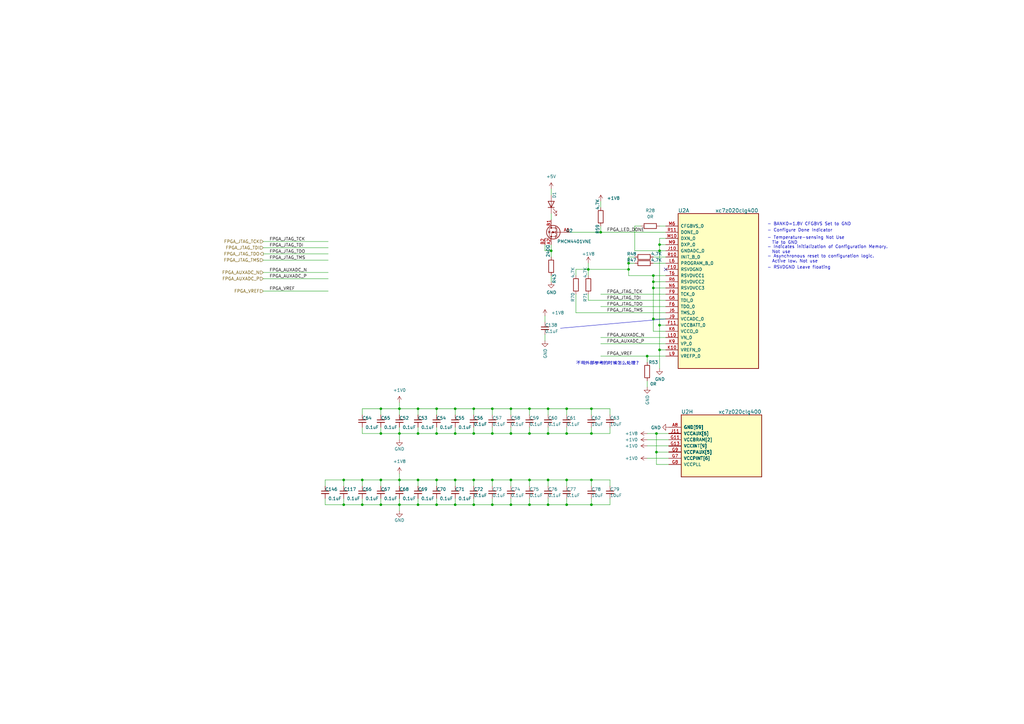
<source format=kicad_sch>
(kicad_sch (version 20231120) (generator "eeschema") (generator_version "8.0")
  (paper "A3")
  (junction (at 217.17 167.64))
  (junction (at 209.55 177.8))
  (junction (at 186.69 196.85))
  (junction (at 171.45 167.64))
  (junction (at 156.21 167.64))
  (junction (at 171.45 207.01))
  (junction (at 140.97 207.01))
  (junction (at 209.55 207.01))
  (junction (at 270.51 102.87))
  (junction (at 171.45 196.85))
  (junction (at 179.07 207.01))
  (junction (at 242.57 167.64))
  (junction (at 209.55 196.85))
  (junction (at 186.69 167.64))
  (junction (at 156.21 207.01))
  (junction (at 201.93 167.64))
  (junction (at 194.31 167.64))
  (junction (at 270.51 100.33))
  (junction (at 257.81 110.49))
  (junction (at 232.41 177.8))
  (junction (at 270.51 143.51))
  (junction (at 224.79 196.85))
  (junction (at 156.21 196.85))
  (junction (at 265.43 146.05))
  (junction (at 226.06 102.87))
  (junction (at 241.3 110.49))
  (junction (at 186.69 207.01))
  (junction (at 171.45 177.8))
  (junction (at 194.31 177.8))
  (junction (at 201.93 196.85))
  (junction (at 242.57 207.01))
  (junction (at 232.41 167.64))
  (junction (at 246.38 95.25))
  (junction (at 269.24 185.42))
  (junction (at 148.59 207.01))
  (junction (at 163.83 196.85))
  (junction (at 224.79 207.01))
  (junction (at 163.83 167.64))
  (junction (at 267.97 118.11))
  (junction (at 179.07 167.64))
  (junction (at 194.31 196.85))
  (junction (at 224.79 167.64))
  (junction (at 201.93 207.01))
  (junction (at 257.81 107.95))
  (junction (at 242.57 177.8))
  (junction (at 217.17 207.01))
  (junction (at 186.69 177.8))
  (junction (at 267.97 113.03))
  (junction (at 163.83 207.01))
  (junction (at 156.21 177.8))
  (junction (at 269.24 177.8))
  (junction (at 194.31 207.01))
  (junction (at 209.55 167.64))
  (junction (at 270.51 133.35))
  (junction (at 267.97 130.81))
  (junction (at 217.17 196.85))
  (junction (at 232.41 196.85))
  (junction (at 148.59 196.85))
  (junction (at 201.93 177.8))
  (junction (at 242.57 196.85))
  (junction (at 163.83 177.8))
  (junction (at 224.79 177.8))
  (junction (at 179.07 196.85))
  (junction (at 179.07 177.8))
  (junction (at 217.17 177.8))
  (junction (at 140.97 196.85))
  (junction (at 267.97 115.57))
  (junction (at 232.41 207.01))
  (no_connect (at 273.05 110.49))
  (wire (pts (xy 246.38 95.25) (xy 273.05 95.25)))
  (wire (pts (xy 194.31 207.01) (xy 201.93 207.01)))
  (wire (pts (xy 267.97 118.11) (xy 267.97 115.57)))
  (wire (pts (xy 217.17 199.39) (xy 217.17 196.85)))
  (wire (pts (xy 171.45 207.01) (xy 179.07 207.01)))
  (wire (pts (xy 163.83 170.18) (xy 163.83 167.64)))
  (wire (pts (xy 242.57 167.64) (xy 250.19 167.64)))
  (wire (pts (xy 163.83 177.8) (xy 163.83 175.26)))
  (wire (pts (xy 217.17 207.01) (xy 224.79 207.01)))
  (wire (pts (xy 194.31 177.8) (xy 194.31 175.26)))
  (wire (pts (xy 224.79 207.01) (xy 224.79 204.47)))
  (wire (pts (xy 257.81 107.95) (xy 257.81 110.49)))
  (wire (pts (xy 267.97 107.95) (xy 273.05 107.95)))
  (wire (pts (xy 148.59 167.64) (xy 156.21 167.64)))
  (wire (pts (xy 226.06 100.33) (xy 226.06 102.87)))
  (wire (pts (xy 242.57 177.8) (xy 250.19 177.8)))
  (wire (pts (xy 265.43 180.34) (xy 274.32 180.34)))
  (wire (pts (xy 201.93 207.01) (xy 209.55 207.01)))
  (wire (pts (xy 163.83 180.34) (xy 163.83 177.8)))
  (wire (pts (xy 265.43 146.05) (xy 265.43 148.59)))
  (wire (pts (xy 148.59 170.18) (xy 148.59 167.64)))
  (wire (pts (xy 201.93 199.39) (xy 201.93 196.85)))
  (wire (pts (xy 107.95 101.6) (xy 134.62 101.6)))
  (wire (pts (xy 209.55 196.85) (xy 217.17 196.85)))
  (wire (pts (xy 156.21 207.01) (xy 156.21 204.47)))
  (wire (pts (xy 246.38 120.65) (xy 273.05 120.65)))
  (wire (pts (xy 270.51 92.71) (xy 273.05 92.71)))
  (wire (pts (xy 163.83 165.1) (xy 163.83 167.64)))
  (wire (pts (xy 267.97 130.81) (xy 267.97 118.11)))
  (wire (pts (xy 269.24 177.8) (xy 274.32 177.8)))
  (wire (pts (xy 246.38 140.97) (xy 273.05 140.97)))
  (wire (pts (xy 267.97 135.89) (xy 267.97 130.81)))
  (wire (pts (xy 156.21 170.18) (xy 156.21 167.64)))
  (wire (pts (xy 270.51 102.87) (xy 270.51 133.35)))
  (wire (pts (xy 133.35 207.01) (xy 140.97 207.01)))
  (wire (pts (xy 201.93 170.18) (xy 201.93 167.64)))
  (wire (pts (xy 186.69 196.85) (xy 194.31 196.85)))
  (wire (pts (xy 107.95 111.76) (xy 134.62 111.76)))
  (wire (pts (xy 148.59 196.85) (xy 156.21 196.85)))
  (wire (pts (xy 270.51 143.51) (xy 273.05 143.51)))
  (wire (pts (xy 270.51 133.35) (xy 273.05 133.35)))
  (wire (pts (xy 224.79 167.64) (xy 232.41 167.64)))
  (wire (pts (xy 250.19 167.64) (xy 250.19 170.18)))
  (wire (pts (xy 265.43 146.05) (xy 273.05 146.05)))
  (wire (pts (xy 223.52 100.33) (xy 223.52 102.87)))
  (wire (pts (xy 156.21 199.39) (xy 156.21 196.85)))
  (wire (pts (xy 209.55 199.39) (xy 209.55 196.85)))
  (wire (pts (xy 226.06 77.47) (xy 226.06 80.01)))
  (wire (pts (xy 209.55 207.01) (xy 217.17 207.01)))
  (wire (pts (xy 262.89 92.71) (xy 260.35 92.71)))
  (wire (pts (xy 179.07 196.85) (xy 186.69 196.85)))
  (wire (pts (xy 265.43 177.8) (xy 269.24 177.8)))
  (wire (pts (xy 269.24 190.5) (xy 269.24 185.42)))
  (wire (pts (xy 269.24 177.8) (xy 269.24 185.42)))
  (wire (pts (xy 226.06 87.63) (xy 226.06 90.17)))
  (wire (pts (xy 107.95 99.06) (xy 134.62 99.06)))
  (wire (pts (xy 194.31 177.8) (xy 201.93 177.8)))
  (wire (pts (xy 246.38 146.05) (xy 265.43 146.05)))
  (wire (pts (xy 156.21 196.85) (xy 163.83 196.85)))
  (wire (pts (xy 267.97 113.03) (xy 273.05 113.03)))
  (wire (pts (xy 217.17 167.64) (xy 224.79 167.64)))
  (wire (pts (xy 163.83 207.01) (xy 171.45 207.01)))
  (wire (pts (xy 148.59 177.8) (xy 156.21 177.8)))
  (wire (pts (xy 140.97 207.01) (xy 148.59 207.01)))
  (wire (pts (xy 224.79 177.8) (xy 224.79 175.26)))
  (wire (pts (xy 186.69 177.8) (xy 186.69 175.26)))
  (wire (pts (xy 224.79 177.8) (xy 232.41 177.8)))
  (wire (pts (xy 241.3 123.19) (xy 273.05 123.19)))
  (wire (pts (xy 186.69 207.01) (xy 186.69 204.47)))
  (wire (pts (xy 209.55 177.8) (xy 209.55 175.26)))
  (wire (pts (xy 232.41 196.85) (xy 242.57 196.85)))
  (wire (pts (xy 241.3 110.49) (xy 241.3 113.03)))
  (wire (pts (xy 171.45 196.85) (xy 179.07 196.85)))
  (wire (pts (xy 224.79 199.39) (xy 224.79 196.85)))
  (wire (pts (xy 179.07 170.18) (xy 179.07 167.64)))
  (wire (pts (xy 201.93 177.8) (xy 201.93 175.26)))
  (wire (pts (xy 148.59 207.01) (xy 156.21 207.01)))
  (wire (pts (xy 232.41 170.18) (xy 232.41 167.64)))
  (wire (pts (xy 236.22 113.03) (xy 236.22 110.49)))
  (wire (pts (xy 273.05 118.11) (xy 267.97 118.11)))
  (wire (pts (xy 267.97 130.81) (xy 273.05 130.81)))
  (wire (pts (xy 246.38 92.71) (xy 246.38 95.25)))
  (wire (pts (xy 242.57 199.39) (xy 242.57 196.85)))
  (wire (pts (xy 269.24 185.42) (xy 274.32 185.42)))
  (wire (pts (xy 179.07 207.01) (xy 186.69 207.01)))
  (wire (pts (xy 107.95 106.68) (xy 134.62 106.68)))
  (wire (pts (xy 273.05 115.57) (xy 267.97 115.57)))
  (wire (pts (xy 242.57 177.8) (xy 242.57 175.26)))
  (wire (pts (xy 148.59 207.01) (xy 148.59 204.47)))
  (wire (pts (xy 232.41 177.8) (xy 242.57 177.8)))
  (wire (pts (xy 171.45 207.01) (xy 171.45 204.47)))
  (wire (pts (xy 232.41 199.39) (xy 232.41 196.85)))
  (wire (pts (xy 140.97 196.85) (xy 148.59 196.85)))
  (wire (pts (xy 171.45 199.39) (xy 171.45 196.85)))
  (wire (pts (xy 257.81 105.41) (xy 260.35 105.41)))
  (wire (pts (xy 265.43 187.96) (xy 274.32 187.96)))
  (wire (pts (xy 201.93 177.8) (xy 209.55 177.8)))
  (wire (pts (xy 186.69 207.01) (xy 194.31 207.01)))
  (wire (pts (xy 267.97 105.41) (xy 273.05 105.41)))
  (wire (pts (xy 171.45 167.64) (xy 179.07 167.64)))
  (wire (pts (xy 171.45 177.8) (xy 171.45 175.26)))
  (wire (pts (xy 246.38 125.73) (xy 273.05 125.73)))
  (wire (pts (xy 209.55 167.64) (xy 217.17 167.64)))
  (wire (pts (xy 260.35 102.87) (xy 270.51 102.87)))
  (wire (pts (xy 140.97 199.39) (xy 140.97 196.85)))
  (wire (pts (xy 232.41 207.01) (xy 242.57 207.01)))
  (wire (pts (xy 186.69 177.8) (xy 194.31 177.8)))
  (wire (pts (xy 224.79 207.01) (xy 232.41 207.01)))
  (wire (pts (xy 179.07 207.01) (xy 179.07 204.47)))
  (wire (pts (xy 273.05 135.89) (xy 267.97 135.89)))
  (wire (pts (xy 223.52 139.7) (xy 223.52 137.16)))
  (wire (pts (xy 267.97 115.57) (xy 267.97 113.03)))
  (wire (pts (xy 209.55 207.01) (xy 209.55 204.47)))
  (wire (pts (xy 270.51 97.79) (xy 273.05 97.79)))
  (wire (pts (xy 233.68 95.25) (xy 246.38 95.25)))
  (wire (pts (xy 274.32 190.5) (xy 269.24 190.5)))
  (wire (pts (xy 270.51 100.33) (xy 270.51 102.87)))
  (wire (pts (xy 201.93 207.01) (xy 201.93 204.47)))
  (wire (pts (xy 246.38 138.43) (xy 273.05 138.43)))
  (wire (pts (xy 163.83 196.85) (xy 171.45 196.85)))
  (wire (pts (xy 241.3 110.49) (xy 257.81 110.49)))
  (wire (pts (xy 179.07 177.8) (xy 179.07 175.26)))
  (wire (pts (xy 217.17 177.8) (xy 224.79 177.8)))
  (wire (pts (xy 265.43 182.88) (xy 274.32 182.88)))
  (wire (pts (xy 156.21 167.64) (xy 163.83 167.64)))
  (wire (pts (xy 163.83 194.31) (xy 163.83 196.85)))
  (wire (pts (xy 270.51 143.51) (xy 270.51 151.13)))
  (wire (pts (xy 148.59 199.39) (xy 148.59 196.85)))
  (wire (pts (xy 186.69 170.18) (xy 186.69 167.64)))
  (wire (pts (xy 163.83 209.55) (xy 163.83 207.01)))
  (wire (pts (xy 226.06 113.03) (xy 226.06 115.57)))
  (wire (pts (xy 107.95 104.14) (xy 134.62 104.14)))
  (wire (pts (xy 250.19 207.01) (xy 250.19 204.47)))
  (wire (pts (xy 217.17 177.8) (xy 217.17 175.26)))
  (wire (pts (xy 194.31 167.64) (xy 201.93 167.64)))
  (wire (pts (xy 133.35 196.85) (xy 140.97 196.85)))
  (wire (pts (xy 265.43 158.75) (xy 265.43 156.21)))
  (wire (pts (xy 194.31 199.39) (xy 194.31 196.85)))
  (wire (pts (xy 257.81 105.41) (xy 257.81 107.95)))
  (wire (pts (xy 201.93 196.85) (xy 209.55 196.85)))
  (wire (pts (xy 107.95 119.38) (xy 134.62 119.38)))
  (wire (pts (xy 260.35 92.71) (xy 260.35 102.87)))
  (wire (pts (xy 107.95 114.3) (xy 134.62 114.3)))
  (wire (pts (xy 140.97 204.47) (xy 140.97 207.01)))
  (wire (pts (xy 232.41 177.8) (xy 232.41 175.26)))
  (wire (pts (xy 163.83 177.8) (xy 171.45 177.8)))
  (wire (pts (xy 201.93 167.64) (xy 209.55 167.64)))
  (wire (pts (xy 194.31 170.18) (xy 194.31 167.64)))
  (wire (pts (xy 217.17 207.01) (xy 217.17 204.47)))
  (wire (pts (xy 250.19 177.8) (xy 250.19 175.26)))
  (wire (pts (xy 186.69 199.39) (xy 186.69 196.85)))
  (wire (pts (xy 257.81 110.49) (xy 257.81 113.03)))
  (wire (pts (xy 257.81 113.03) (xy 267.97 113.03)))
  (wire (pts (xy 270.51 100.33) (xy 273.05 100.33)))
  (wire (pts (xy 194.31 207.01) (xy 194.31 204.47)))
  (wire (pts (xy 224.79 196.85) (xy 232.41 196.85)))
  (wire (pts (xy 236.22 128.27) (xy 273.05 128.27)))
  (wire (pts (xy 236.22 120.65) (xy 236.22 128.27)))
  (wire (pts (xy 133.35 204.47) (xy 133.35 207.01)))
  (wire (pts (xy 250.19 196.85) (xy 250.19 199.39)))
  (wire (pts (xy 163.83 167.64) (xy 171.45 167.64)))
  (wire (pts (xy 171.45 177.8) (xy 179.07 177.8)))
  (wire (pts (xy 217.17 196.85) (xy 224.79 196.85)))
  (wire (pts (xy 232.41 207.01) (xy 232.41 204.47)))
  (wire (pts (xy 232.41 167.64) (xy 242.57 167.64)))
  (wire (pts (xy 194.31 196.85) (xy 201.93 196.85)))
  (wire (pts (xy 156.21 177.8) (xy 156.21 175.26)))
  (wire (pts (xy 148.59 177.8) (xy 148.59 175.26)))
  (wire (pts (xy 179.07 199.39) (xy 179.07 196.85)))
  (wire (pts (xy 270.51 97.79) (xy 270.51 100.33)))
  (wire (pts (xy 270.51 133.35) (xy 270.51 143.51)))
  (wire (pts (xy 236.22 110.49) (xy 241.3 110.49)))
  (wire (pts (xy 257.81 107.95) (xy 260.35 107.95)))
  (wire (pts (xy 241.3 120.65) (xy 241.3 123.19)))
  (wire (pts (xy 209.55 170.18) (xy 209.55 167.64)))
  (wire (pts (xy 246.38 82.55) (xy 246.38 85.09)))
  (wire (pts (xy 133.35 199.39) (xy 133.35 196.85)))
  (wire (pts (xy 209.55 177.8) (xy 217.17 177.8)))
  (polyline (pts (xy 229.87 134.62) (xy 273.05 130.81)))
  (wire (pts (xy 179.07 167.64) (xy 186.69 167.64)))
  (wire (pts (xy 226.06 102.87) (xy 226.06 105.41)))
  (wire (pts (xy 242.57 207.01) (xy 250.19 207.01)))
  (wire (pts (xy 223.52 129.54) (xy 223.52 132.08)))
  (wire (pts (xy 224.79 170.18) (xy 224.79 167.64)))
  (wire (pts (xy 242.57 196.85) (xy 250.19 196.85)))
  (wire (pts (xy 179.07 177.8) (xy 186.69 177.8)))
  (wire (pts (xy 226.06 102.87) (xy 223.52 102.87)))
  (wire (pts (xy 156.21 207.01) (xy 163.83 207.01)))
  (wire (pts (xy 242.57 207.01) (xy 242.57 204.47)))
  (wire (pts (xy 163.83 199.39) (xy 163.83 196.85)))
  (wire (pts (xy 242.57 170.18) (xy 242.57 167.64)))
  (wire (pts (xy 273.05 102.87) (xy 270.51 102.87)))
  (wire (pts (xy 156.21 177.8) (xy 163.83 177.8)))
  (wire (pts (xy 171.45 170.18) (xy 171.45 167.64)))
  (wire (pts (xy 217.17 170.18) (xy 217.17 167.64)))
  (wire (pts (xy 186.69 167.64) (xy 194.31 167.64)))
  (wire (pts (xy 241.3 107.95) (xy 241.3 110.49)))
  (wire (pts (xy 163.83 207.01) (xy 163.83 204.47)))
  (text " - RSVDGND Leave floating" (at 313.69 110.49 0) (effects (font (size 1.27 1.27)) (justify left bottom)))
  (text " - Configure Done Indicator" (at 313.69 95.25 0) (effects (font (size 1.27 1.27)) (justify left bottom)))
  (text "不用外部参考的时候怎么处理？\n" (at 236.22 149.86 0) (effects (font (size 1.27 1.27)) (justify left bottom)))
  (text " - Temperature-sensing Not Use\n   Tie to GND" (at 313.69 100.33 0) (effects (font (size 1.27 1.27)) (justify left bottom)))
  (text " - Indicates initialization of Configuration Memory.\n   Not use" (at 313.69 104.14 0) (effects (font (size 1.27 1.27)) (justify left bottom)))
  (text " - Asynchronous reset to configuration logic.\n   Active low. Not use" (at 313.69 107.95 0) (effects (font (size 1.27 1.27)) (justify left bottom)))
  (text " - BANK0=1.8V CFGBVS Set to GND" (at 313.69 92.71 0) (effects (font (size 1.27 1.27)) (justify left bottom)))
  (label "FPGA_JTAG_TDO" (at 248.92 125.73 0))
  (label "FPGA_VREF" (at 110.49 119.38 0))
  (label "FPGA_LED_DONE" (at 248.92 95.25 0))
  (label "FPGA_JTAG_TCK" (at 248.92 120.65 0))
  (label "FPGA_JTAG_TMS" (at 248.92 128.27 0))
  (label "FPGA_AUXADC_N" (at 110.49 111.76 0))
  (label "FPGA_JTAG_TDO" (at 110.49 104.14 0))
  (label "FPGA_AUXADC_P" (at 110.49 114.3 0))
  (label "FPGA_JTAG_TDI" (at 110.49 101.6 0))
  (label "FPGA_JTAG_TDI" (at 248.92 123.19 0))
  (label "FPGA_VREF" (at 248.92 146.05 0))
  (label "FPGA_JTAG_TMS" (at 110.49 106.68 0))
  (label "FPGA_AUXADC_N" (at 248.92 138.43 0))
  (label "FPGA_JTAG_TCK" (at 110.49 99.06 0))
  (label "FPGA_AUXADC_P" (at 248.92 140.97 0))
  (hierarchical_label "FPGA_JTAG_TDI" (shape input) (at 107.95 101.6 180))
  (hierarchical_label "FPGA_AUXADC_P" (shape input) (at 107.95 114.3 180))
  (hierarchical_label "FPGA_JTAG_TMS" (shape input) (at 107.95 106.68 180))
  (hierarchical_label "FPGA_AUXADC_N" (shape input) (at 107.95 111.76 180))
  (hierarchical_label "FPGA_JTAG_TDO" (shape output) (at 107.95 104.14 180))
  (hierarchical_label "FPGA_JTAG_TCK" (shape input) (at 107.95 99.06 180))
  (hierarchical_label "FPGA_VREF" (shape input) (at 107.95 119.38 180))
  (symbol (lib_id "Device:C_Small") (at 186.69 201.93 0) (unit 1)
    (property "Reference" "C71" (at 186.69 200.66 0) (effects (justify left)))
    (property "Value" "0.1uF" (at 187.96 204.47 0) (effects (justify left)))
    (property "Footprint" "Capacitor_SMD:C_0201_0603Metric" (effects (hide yes)))
  )
  (symbol (lib_id "Device:C_Small") (at 186.69 172.72 0) (unit 1)
    (property "Reference" "C55" (at 186.69 171.45 0) (effects (justify left)))
    (property "Value" "0.1uF" (at 187.96 175.26 0) (effects (justify left)))
    (property "Footprint" "Capacitor_SMD:C_0201_0603Metric" (effects (hide yes)))
  )
  (symbol (lib_id "Device:C_Small") (at 201.93 172.72 0) (unit 1)
    (property "Reference" "C57" (at 201.93 171.45 0) (effects (justify left)))
    (property "Value" "0.1uF" (at 201.93 173.99 0) (effects (justify left)))
    (property "Footprint" "Capacitor_SMD:C_0201_0603Metric" (effects (hide yes)))
  )
  (symbol (lib_id "Device:C_Small") (at 232.41 172.72 0) (unit 1)
    (property "Reference" "C61" (at 232.41 171.45 0) (effects (justify left)))
    (property "Value" "0.1uF" (at 232.41 173.99 0) (effects (justify left)))
    (property "Footprint" "Capacitor_SMD:C_0201_0603Metric" (effects (hide yes)))
  )
  (symbol (lib_id "power:GND") (at 223.52 139.7 0) (unit 1)
    (property "Reference" "#PWR0247" (effects (hide yes)))
    (property "Value" "GND" (at 223.647 142.9512 90) (effects (justify right)))
  )
  (symbol (lib_id "Device:C_Small") (at 163.83 201.93 0) (unit 1)
    (property "Reference" "C68" (at 163.83 200.66 0) (effects (justify left)))
    (property "Value" "0.1uF" (at 165.1 204.47 0) (effects (justify left)))
    (property "Footprint" "Capacitor_SMD:C_0201_0603Metric" (effects (hide yes)))
  )
  (symbol (lib_id "power:+1V0") (at 265.43 180.34 90) (unit 1)
    (property "Reference" "#PWR0104" (effects (hide yes)))
    (property "Value" "+1V0" (at 261.62 180.3399 90) (effects (justify left)))
  )
  (symbol (lib_id "Device:C_Small") (at 148.59 201.93 0) (unit 1)
    (property "Reference" "C66" (at 148.59 200.66 0) (effects (justify left)))
    (property "Value" "0.1uF" (at 149.86 204.47 0) (effects (justify left)))
    (property "Footprint" "Capacitor_SMD:C_0201_0603Metric" (effects (hide yes)))
  )
  (symbol (lib_id "power:GND") (at 163.83 209.55 0) (unit 1)
    (property "Reference" "#PWR0171" (effects (hide yes)))
    (property "Value" "GND" (at 163.83 213.36 0))
  )
  (symbol (lib_id "Device:R") (at 241.3 116.84 180) (unit 1)
    (property "Reference" "R71" (at 240.03 121.92 90))
    (property "Value" "4.7K" (at 240.03 111.76 90))
    (property "Footprint" "Resistor_SMD:R_0201_0603Metric" (effects (hide yes)))
  )
  (symbol (lib_id "power:GND") (at 163.83 180.34 0) (unit 1)
    (property "Reference" "#PWR0110" (effects (hide yes)))
    (property "Value" "GND" (at 163.83 184.15 0))
  )
  (symbol (lib_id "Device:R") (at 264.16 105.41 90) (unit 1)
    (property "Reference" "R48" (at 259.08 104.14 90))
    (property "Value" "4.7K" (at 269.24 104.14 90))
    (property "Footprint" "Resistor_SMD:R_0201_0603Metric" (effects (hide yes)))
  )
  (symbol (lib_id "Device:R") (at 265.43 152.4 180) (unit 1)
    (property "Reference" "R53" (at 267.97 148.59 0))
    (property "Value" "0R" (at 267.97 157.48 0))
    (property "Footprint" "Resistor_SMD:R_0201_0603Metric" (effects (hide yes)))
  )
  (symbol (lib_id "Device:C_Small") (at 224.79 172.72 0) (unit 1)
    (property "Reference" "C60" (at 224.79 171.45 0) (effects (justify left)))
    (property "Value" "0.1uF" (at 224.79 173.99 0) (effects (justify left)))
    (property "Footprint" "Capacitor_SMD:C_0201_0603Metric" (effects (hide yes)))
  )
  (symbol (lib_id "Device:C_Small") (at 242.57 201.93 0) (unit 1)
    (property "Reference" "C78" (at 242.57 200.66 0) (effects (justify left)))
    (property "Value" "10uF" (at 242.57 203.2 0) (effects (justify left)))
    (property "Footprint" "Capacitor_SMD:C_0402_1005Metric" (effects (hide yes)))
  )
  (symbol (lib_id "power:+1V8") (at 241.3 107.95 0) (unit 1)
    (property "Reference" "#PWR0188" (effects (hide yes)))
    (property "Value" "+1V8" (at 241.3 104.14 0))
  )
  (symbol (lib_id "Device:C_Small") (at 194.31 201.93 0) (unit 1)
    (property "Reference" "C72" (at 194.31 200.66 0) (effects (justify left)))
    (property "Value" "0.1uF" (at 194.31 203.2 0) (effects (justify left)))
    (property "Footprint" "Capacitor_SMD:C_0201_0603Metric" (effects (hide yes)))
  )
  (symbol (lib_id "Device:C_Small") (at 171.45 201.93 0) (unit 1)
    (property "Reference" "C69" (at 171.45 200.66 0) (effects (justify left)))
    (property "Value" "0.1uF" (at 172.72 204.47 0) (effects (justify left)))
    (property "Footprint" "Capacitor_SMD:C_0201_0603Metric" (effects (hide yes)))
  )
  (symbol (lib_id "Device:C_Small") (at 232.41 201.93 0) (unit 1)
    (property "Reference" "C77" (at 232.41 200.66 0) (effects (justify left)))
    (property "Value" "0.1uF" (at 232.41 203.2 0) (effects (justify left)))
    (property "Footprint" "Capacitor_SMD:C_0201_0603Metric" (effects (hide yes)))
  )
  (symbol (lib_id "power:GND") (at 270.51 151.13 0) (unit 1)
    (property "Reference" "#PWR0142" (effects (hide yes)))
    (property "Value" "GND" (at 270.637 155.5242 0))
  )
  (symbol (lib_id "Device:C_Small") (at 194.31 172.72 0) (unit 1)
    (property "Reference" "C56" (at 194.31 171.45 0) (effects (justify left)))
    (property "Value" "0.1uF" (at 194.31 173.99 0) (effects (justify left)))
    (property "Footprint" "Capacitor_SMD:C_0201_0603Metric" (effects (hide yes)))
  )
  (symbol (lib_id "Device:C_Small") (at 217.17 201.93 0) (unit 1)
    (property "Reference" "C75" (at 217.17 200.66 0) (effects (justify left)))
    (property "Value" "0.1uF" (at 217.17 203.2 0) (effects (justify left)))
    (property "Footprint" "Capacitor_SMD:C_0201_0603Metric" (effects (hide yes)))
  )
  (symbol (lib_id "Device:C_Small") (at 171.45 172.72 0) (unit 1)
    (property "Reference" "C53" (at 171.45 171.45 0) (effects (justify left)))
    (property "Value" "0.1uF" (at 172.72 175.26 0) (effects (justify left)))
    (property "Footprint" "Capacitor_SMD:C_0201_0603Metric" (effects (hide yes)))
  )
  (symbol (lib_id "Device:LED") (at 226.06 83.82 90) (unit 1)
    (property "Reference" "D1" (at 227.33 80.01 0))
    (property "Value" "LED" (effects (hide yes)))
    (property "Footprint" "LED_SMD:LED_0201_0603Metric" (effects (hide yes)))
  )
  (symbol (lib_id "Device:C_Small") (at 250.19 201.93 0) (unit 1)
    (property "Reference" "C79" (at 250.19 200.66 0) (effects (justify left)))
    (property "Value" "10uF" (at 250.19 203.2 0) (effects (justify left)))
    (property "Footprint" "Capacitor_SMD:C_0402_1005Metric" (effects (hide yes)))
  )
  (symbol (lib_id "Device:C_Small") (at 209.55 201.93 0) (unit 1)
    (property "Reference" "C74" (at 209.55 200.66 0) (effects (justify left)))
    (property "Value" "0.1uF" (at 209.55 203.2 0) (effects (justify left)))
    (property "Footprint" "Capacitor_SMD:C_0201_0603Metric" (effects (hide yes)))
  )
  (symbol (lib_id "Device:C_Small") (at 201.93 201.93 0) (unit 1)
    (property "Reference" "C73" (at 201.93 200.66 0) (effects (justify left)))
    (property "Value" "0.1uF" (at 201.93 203.2 0) (effects (justify left)))
    (property "Footprint" "Capacitor_SMD:C_0201_0603Metric" (effects (hide yes)))
  )
  (symbol (lib_id "Device:Q_NMOS_GDSD") (at 228.6 95.25 0) (mirror y) (unit 1)
    (property "Reference" "Q2" (at 234.95 94.615 0) (effects (justify left)))
    (property "Value" "PMCM4401VNE" (at 242.57 99.06 0) (effects (justify left)))
    (property "Footprint" "Package_CSP_Local:WLCSP-4-X1-WLB0909-4_0.89x0.89mm_P0.5mm" (effects (hide yes)))
  )
  (symbol (lib_id "Device:C_Small") (at 163.83 172.72 0) (unit 1)
    (property "Reference" "C52" (at 163.83 171.45 0) (effects (justify left)))
    (property "Value" "0.1uF" (at 165.1 175.26 0) (effects (justify left)))
    (property "Footprint" "Capacitor_SMD:C_0201_0603Metric" (effects (hide yes)))
  )
  (symbol (lib_id "Device:R") (at 236.22 116.84 180) (unit 1)
    (property "Reference" "R70" (at 234.95 121.92 90))
    (property "Value" "4.7K" (at 234.95 111.76 90))
    (property "Footprint" "Resistor_SMD:R_0201_0603Metric" (effects (hide yes)))
  )
  (symbol (lib_id "Device:C_Small") (at 179.07 201.93 0) (unit 1)
    (property "Reference" "C70" (at 179.07 200.66 0) (effects (justify left)))
    (property "Value" "0.1uF" (at 180.34 204.47 0) (effects (justify left)))
    (property "Footprint" "Capacitor_SMD:C_0201_0603Metric" (effects (hide yes)))
  )
  (symbol (lib_id "Device:C_Small") (at 242.57 172.72 0) (unit 1)
    (property "Reference" "C62" (at 242.57 171.45 0) (effects (justify left)))
    (property "Value" "10uF" (at 242.57 173.99 0) (effects (justify left)))
    (property "Footprint" "Capacitor_SMD:C_0402_1005Metric" (effects (hide yes)))
  )
  (symbol (lib_id "Device:C_Small") (at 133.35 201.93 0) (unit 1)
    (property "Reference" "C146" (at 133.35 200.66 0) (effects (justify left)))
    (property "Value" "0.1uF" (at 134.62 204.47 0) (effects (justify left)))
    (property "Footprint" "Capacitor_SMD:C_0201_0603Metric" (effects (hide yes)))
  )
  (symbol (lib_id "Device:C_Small") (at 217.17 172.72 0) (unit 1)
    (property "Reference" "C59" (at 217.17 171.45 0) (effects (justify left)))
    (property "Value" "0.1uF" (at 217.17 173.99 0) (effects (justify left)))
    (property "Footprint" "Capacitor_SMD:C_0201_0603Metric" (effects (hide yes)))
  )
  (symbol (lib_id "Device:R") (at 226.06 109.22 180) (unit 1)
    (property "Reference" "R43" (at 227.33 114.3 90))
    (property "Value" "240Ω" (at 224.79 102.87 90))
    (property "Footprint" "Resistor_SMD:R_0201_0603Metric" (effects (hide yes)))
  )
  (symbol (lib_id "Device:C_Small") (at 179.07 172.72 0) (unit 1)
    (property "Reference" "C54" (at 179.07 171.45 0) (effects (justify left)))
    (property "Value" "0.1uF" (at 180.34 175.26 0) (effects (justify left)))
    (property "Footprint" "Capacitor_SMD:C_0201_0603Metric" (effects (hide yes)))
  )
  (symbol (lib_id "power:+1V8") (at 265.43 177.8 90) (unit 1)
    (property "Reference" "#PWR0105" (effects (hide yes)))
    (property "Value" "+1V8" (at 261.62 177.7999 90) (effects (justify left)))
  )
  (symbol (lib_id "power:GND") (at 226.06 115.57 0) (unit 1)
    (property "Reference" "#PWR0266" (effects (hide yes)))
    (property "Value" "GND" (at 226.187 119.9642 0))
  )
  (symbol (lib_id "7z010_ddr:xc7z020clg400") (at 274.32 175.26 0) (unit 8)
    (property "Reference" "U2" (at 279.4 168.91 0) (effects (font (size 1.524 1.524)) (justify left)))
    (property "Value" "xc7z020clg400" (at 294.64 168.91 0) (effects (font (size 1.524 1.524)) (justify left)))
    (property "Footprint" "Package_CSP_Local:Xilinx_CLG400_020_Delay" (effects (hide yes)))
  )
  (symbol (lib_id "power:+1V8") (at 163.83 194.31 0) (unit 1)
    (property "Reference" "#PWR0170" (effects (hide yes)))
    (property "Value" "+1V8" (at 163.83 189.23 0))
  )
  (symbol (lib_id "power:+1V8") (at 223.52 129.54 0) (unit 1)
    (property "Reference" "#PWR0248" (effects (hide yes)))
    (property "Value" "+1V8" (at 226.06 128.27 0) (effects (justify left)))
  )
  (symbol (lib_id "Device:R") (at 246.38 88.9 180) (unit 1)
    (property "Reference" "R59" (at 245.11 93.98 90))
    (property "Value" "4.7K" (at 245.11 83.82 90))
    (property "Footprint" "Resistor_SMD:R_0201_0603Metric" (effects (hide yes)))
  )
  (symbol (lib_id "power:GND") (at 274.32 175.26 270) (unit 1)
    (property "Reference" "#PWR0101" (effects (hide yes)))
    (property "Value" "GND" (at 271.0688 175.387 90) (effects (justify right)))
  )
  (symbol (lib_id "Device:C_Small") (at 250.19 172.72 0) (unit 1)
    (property "Reference" "C63" (at 250.19 171.45 0) (effects (justify left)))
    (property "Value" "10uF" (at 250.19 173.99 0) (effects (justify left)))
    (property "Footprint" "Capacitor_SMD:C_0402_1005Metric" (effects (hide yes)))
  )
  (symbol (lib_id "power:+1V0") (at 163.83 165.1 0) (unit 1)
    (property "Reference" "#PWR0169" (effects (hide yes)))
    (property "Value" "+1V0" (at 163.83 160.02 0))
  )
  (symbol (lib_id "Device:C_Small") (at 224.79 201.93 0) (unit 1)
    (property "Reference" "C76" (at 224.79 200.66 0) (effects (justify left)))
    (property "Value" "0.1uF" (at 224.79 203.2 0) (effects (justify left)))
    (property "Footprint" "Capacitor_SMD:C_0201_0603Metric" (effects (hide yes)))
  )
  (symbol (lib_id "Device:C_Small") (at 140.97 201.93 0) (unit 1)
    (property "Reference" "C117" (at 140.97 200.66 0) (effects (justify left)))
    (property "Value" "0.1uF" (at 142.24 204.47 0) (effects (justify left)))
    (property "Footprint" "Capacitor_SMD:C_0201_0603Metric" (effects (hide yes)))
  )
  (symbol (lib_id "Device:C_Small") (at 148.59 172.72 0) (unit 1)
    (property "Reference" "C64" (at 148.59 171.45 0) (effects (justify left)))
    (property "Value" "0.1uF" (at 149.86 175.26 0) (effects (justify left)))
    (property "Footprint" "Capacitor_SMD:C_0201_0603Metric" (effects (hide yes)))
  )
  (symbol (lib_id "Device:R") (at 264.16 107.95 90) (unit 1)
    (property "Reference" "R47" (at 259.08 106.68 90))
    (property "Value" "4.7K" (at 269.24 106.68 90))
    (property "Footprint" "Resistor_SMD:R_0201_0603Metric" (effects (hide yes)))
  )
  (symbol (lib_id "power:+1V0") (at 265.43 187.96 90) (unit 1)
    (property "Reference" "#PWR0132" (effects (hide yes)))
    (property "Value" "+1V0" (at 261.62 187.9599 90) (effects (justify left)))
  )
  (symbol (lib_id "Device:C_Small") (at 223.52 134.62 0) (unit 1)
    (property "Reference" "C138" (at 223.52 133.35 0) (effects (justify left)))
    (property "Value" "0.1uF" (at 223.52 135.89 0) (effects (justify left)))
    (property "Footprint" "Capacitor_SMD:C_0201_0603Metric" (effects (hide yes)))
  )
  (symbol (lib_id "power:+5V") (at 226.06 77.47 0) (unit 1)
    (property "Reference" "#PWR0265" (effects (hide yes)))
    (property "Value" "+5V" (at 226.06 72.39 0))
  )
  (symbol (lib_id "Device:C_Small") (at 156.21 172.72 0) (unit 1)
    (property "Reference" "C65" (at 156.21 171.45 0) (effects (justify left)))
    (property "Value" "0.1uF" (at 157.48 175.26 0) (effects (justify left)))
    (property "Footprint" "Capacitor_SMD:C_0201_0603Metric" (effects (hide yes)))
  )
  (symbol (lib_id "Device:C_Small") (at 156.21 201.93 0) (unit 1)
    (property "Reference" "C67" (at 156.21 200.66 0) (effects (justify left)))
    (property "Value" "0.1uF" (at 157.48 204.47 0) (effects (justify left)))
    (property "Footprint" "Capacitor_SMD:C_0201_0603Metric" (effects (hide yes)))
  )
  (symbol (lib_id "power:GND") (at 265.43 158.75 0) (unit 1)
    (property "Reference" "#PWR0131" (effects (hide yes)))
    (property "Value" "GND" (at 265.557 162.0012 90) (effects (justify right)))
  )
  (symbol (lib_id "power:+1V8") (at 246.38 82.55 0) (unit 1)
    (property "Reference" "#PWR0250" (effects (hide yes)))
    (property "Value" "+1V8" (at 248.92 81.28 0) (effects (justify left)))
  )
  (symbol (lib_id "Device:R") (at 266.7 92.71 90) (unit 1)
    (property "Reference" "R28" (at 266.7 86.36 90))
    (property "Value" "0R" (at 266.7 88.9 90))
    (property "Footprint" "Resistor_SMD:R_0201_0603Metric" (effects (hide yes)))
  )
  (symbol (lib_id "7z010_ddr:xc7z020clg400") (at 273.05 92.71 0) (unit 1)
    (property "Reference" "U2" (at 278.13 86.36 0) (effects (font (size 1.524 1.524)) (justify left)))
    (property "Value" "xc7z020clg400" (at 293.37 86.36 0) (effects (font (size 1.524 1.524)) (justify left)))
    (property "Footprint" "Package_CSP_Local:Xilinx_CLG400_020_Delay" (effects (hide yes)))
  )
  (symbol (lib_id "power:+1V0") (at 265.43 182.88 90) (unit 1)
    (property "Reference" "#PWR0112" (effects (hide yes)))
    (property "Value" "+1V0" (at 261.62 182.8799 90) (effects (justify left)))
  )
  (symbol (lib_id "Device:C_Small") (at 209.55 172.72 0) (unit 1)
    (property "Reference" "C58" (at 209.55 171.45 0) (effects (justify left)))
    (property "Value" "0.1uF" (at 209.55 173.99 0) (effects (justify left)))
    (property "Footprint" "Capacitor_SMD:C_0201_0603Metric" (effects (hide yes)))
  )
)
</source>
